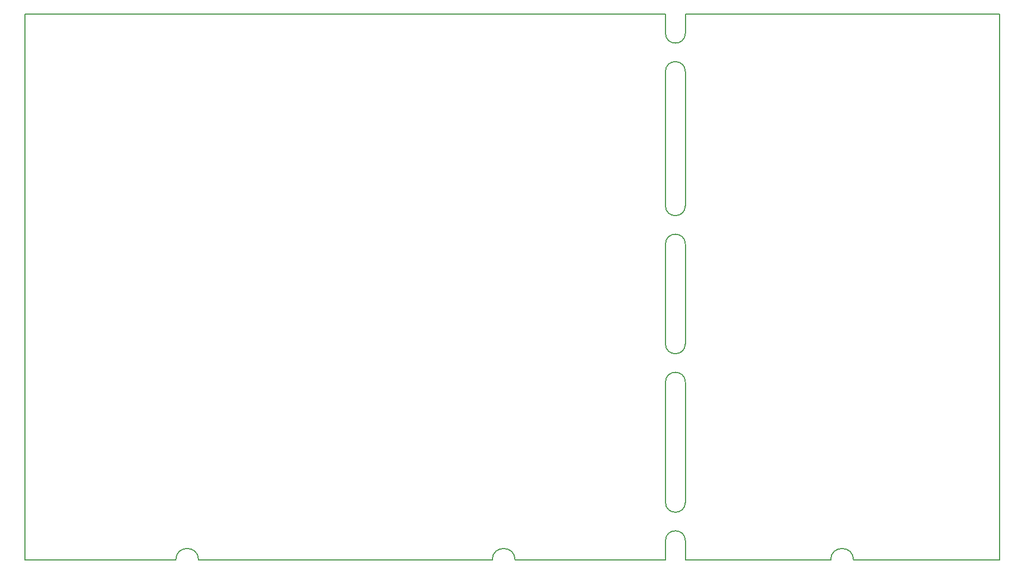
<source format=gbr>
%TF.GenerationSoftware,KiCad,Pcbnew,5.0.2-bee76a0~70~ubuntu16.04.1*%
%TF.CreationDate,2018-12-19T01:31:24+02:00*%
%TF.ProjectId,isolation-transformer,69736f6c-6174-4696-9f6e-2d7472616e73,rev?*%
%TF.SameCoordinates,Original*%
%TF.FileFunction,Profile,NP*%
%FSLAX46Y46*%
G04 Gerber Fmt 4.6, Leading zero omitted, Abs format (unit mm)*
G04 Created by KiCad (PCBNEW 5.0.2-bee76a0~70~ubuntu16.04.1) date Wed 19 Dec 2018 01:31:24 AM EET*
%MOMM*%
%LPD*%
G01*
G04 APERTURE LIST*
%ADD10C,0.150000*%
G04 APERTURE END LIST*
D10*
X123780600Y-90536400D02*
G75*
G02X120681800Y-90536400I-1549400J0D01*
G01*
X120681800Y-96536400D02*
G75*
G02X123780600Y-96536400I1549400J0D01*
G01*
X123780600Y-41971600D02*
G75*
G02X120681800Y-41971600I-1549400J0D01*
G01*
X120681800Y-47971600D02*
G75*
G02X123780600Y-47971600I1549400J0D01*
G01*
X123780600Y-115324000D02*
G75*
G02X120681800Y-115324000I-1549400J0D01*
G01*
X120681800Y-121324000D02*
G75*
G02X123780600Y-121324000I1549400J0D01*
G01*
X120681800Y-96536400D02*
X120681800Y-115324000D01*
X123780600Y-96536400D02*
X123780600Y-115324000D01*
X120681800Y-74946400D02*
G75*
G02X123780600Y-74946400I1549400J0D01*
G01*
X123780600Y-68946400D02*
G75*
G02X120681800Y-68946400I-1549400J0D01*
G01*
X120682000Y-48000000D02*
X120682000Y-68946400D01*
X123780600Y-47971600D02*
X123780600Y-68918000D01*
X120681800Y-74946400D02*
X120681800Y-90536400D01*
X123780600Y-74946400D02*
X123780600Y-90536400D01*
X120681800Y-121324000D02*
X120681800Y-124315600D01*
X123780600Y-121324000D02*
X123780600Y-124315600D01*
X123780600Y-124315600D02*
X146475500Y-124315600D01*
X146475500Y-124315600D02*
G75*
G02X150031500Y-124315600I1778000J0D01*
G01*
X44240500Y-124315600D02*
X20682000Y-124315600D01*
X93643500Y-124315600D02*
X47796500Y-124315600D01*
X44240500Y-124315600D02*
G75*
G02X47796500Y-124315600I1778000J0D01*
G01*
X93643500Y-124315600D02*
G75*
G02X97199500Y-124315600I1778000J0D01*
G01*
X123780600Y-41971600D02*
X123780600Y-38955600D01*
X120681800Y-41971600D02*
X120681800Y-38955600D01*
X172804000Y-38955600D02*
X123782000Y-38955600D01*
X172804000Y-124315600D02*
X172804000Y-38955600D01*
X150031500Y-124315600D02*
X172804000Y-124315600D01*
X20682000Y-124315600D02*
X20682000Y-38955600D01*
X120682000Y-124315600D02*
X97199500Y-124315600D01*
X20682000Y-38955600D02*
X120682000Y-38955600D01*
M02*

</source>
